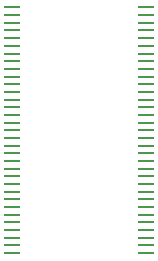
<source format=gbr>
G04 --- HEADER BEGIN --- *
%TF.GenerationSoftware,LibrePCB,LibrePCB,0.1.5*%
%TF.CreationDate,2020-12-27T00:53:52*%
%TF.ProjectId,bob_ddr_sdram_4m16b - default,91b37e6c-9424-4871-8535-6cfacb37efd9,v1*%
%TF.Part,Single*%
%FSLAX66Y66*%
%MOMM*%
G01*
G74*
G04 --- HEADER END --- *
G04 --- APERTURE LIST BEGIN --- *
%ADD10R,1.43X0.28*%
G04 --- APERTURE LIST END --- *
G04 --- BOARD BEGIN --- *
D10*
X19650000Y48410000D03*
X8290000Y45160000D03*
X8290000Y37360000D03*
X19650000Y34110000D03*
X19650000Y45810000D03*
X19650000Y43860000D03*
X19650000Y31510000D03*
X8290000Y34760000D03*
X8290000Y36710000D03*
X19650000Y45160000D03*
X19650000Y41910000D03*
X8290000Y44510000D03*
X8290000Y45810000D03*
X8290000Y32810000D03*
X19650000Y41260000D03*
X19650000Y44510000D03*
X8290000Y32160000D03*
X19650000Y33460000D03*
X19650000Y36710000D03*
X8290000Y51010000D03*
X19650000Y47110000D03*
X8290000Y49060000D03*
X8290000Y39960000D03*
X8290000Y31510000D03*
X19650000Y47760000D03*
X19650000Y36060000D03*
X19650000Y39310000D03*
X19650000Y40610000D03*
X8290000Y47110000D03*
X8290000Y39310000D03*
X8290000Y40610000D03*
X8290000Y42560000D03*
X19650000Y46460000D03*
X19650000Y38010000D03*
X19650000Y37360000D03*
X19650000Y49710000D03*
X8290000Y34110000D03*
X8290000Y49710000D03*
X8290000Y41260000D03*
X19650000Y50360000D03*
X19650000Y39960000D03*
X19650000Y49060000D03*
X8290000Y50360000D03*
X8290000Y33460000D03*
X19650000Y51010000D03*
X8290000Y46460000D03*
X19650000Y51660000D03*
X8290000Y35410000D03*
X8290000Y43210000D03*
X19650000Y32810000D03*
X8290000Y36060000D03*
X8290000Y51660000D03*
X8290000Y41910000D03*
X8290000Y48410000D03*
X8290000Y43860000D03*
X19650000Y43210000D03*
X8290000Y38010000D03*
X8290000Y38660000D03*
X19650000Y52310000D03*
X19650000Y34760000D03*
X8290000Y52310000D03*
X19650000Y38660000D03*
X8290000Y47760000D03*
X19650000Y42560000D03*
X19650000Y32160000D03*
X19650000Y35410000D03*
G04 --- BOARD END --- *
%TF.MD5,1dd306fc15e70dea161b486091889d5e*%
M02*

</source>
